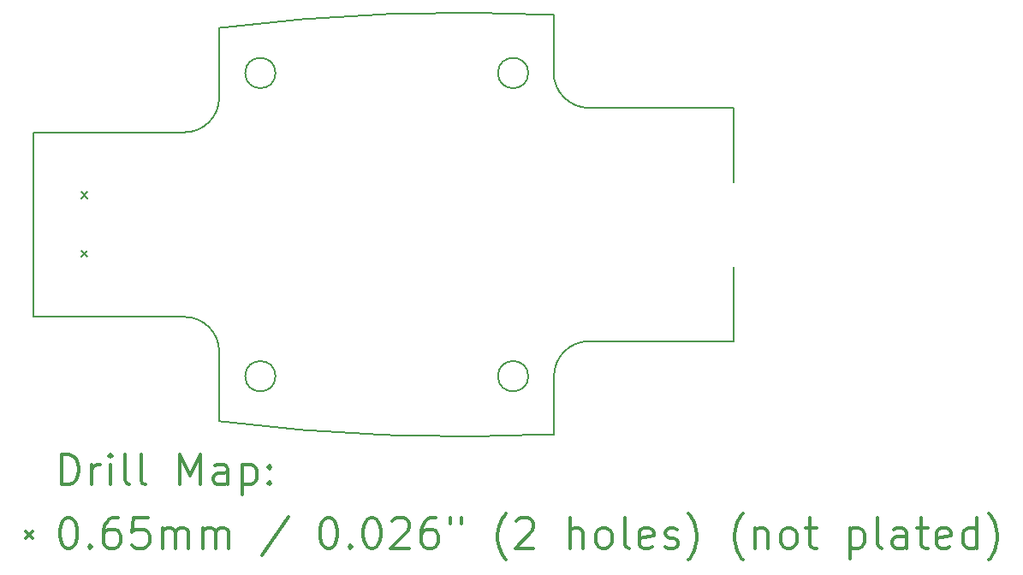
<source format=gbr>
%FSLAX45Y45*%
G04 Gerber Fmt 4.5, Leading zero omitted, Abs format (unit mm)*
G04 Created by KiCad (PCBNEW (5.1.9)-1) date 2021-04-20 09:50:12*
%MOMM*%
%LPD*%
G01*
G04 APERTURE LIST*
%TA.AperFunction,Profile*%
%ADD10C,0.200000*%
%TD*%
%ADD11C,0.200000*%
%ADD12C,0.300000*%
G04 APERTURE END LIST*
D10*
X12307000Y2445500D02*
X12307416Y1713425D01*
X12307415Y4022551D02*
X12307000Y3290500D01*
X7217664Y4124415D02*
G75*
G02*
X6874828Y3781579I-342836J0D01*
G01*
X12307415Y4022551D02*
X10877450Y4022550D01*
X10274787Y1367860D02*
G75*
G03*
X10274787Y1367860I-150000J0D01*
G01*
X7774787Y4367860D02*
G75*
G03*
X7774787Y4367860I-150000J0D01*
G01*
X10877450Y4022550D02*
G75*
G02*
X10525000Y4375000I0J352450D01*
G01*
X10529221Y1367859D02*
G75*
G02*
X10874787Y1713425I345566J0D01*
G01*
X5381056Y3781579D02*
X5381056Y1954397D01*
X10529221Y793217D02*
G75*
G02*
X7217699Y922235I-916938J19027920D01*
G01*
X7217664Y4813924D02*
G75*
G02*
X10525000Y4943250I2395192J-18898824D01*
G01*
X6874828Y3781579D02*
X5381056Y3781579D01*
X10874787Y1713425D02*
X12307416Y1713425D01*
X10529221Y793217D02*
X10529221Y1367859D01*
X7217699Y1611526D02*
X7217699Y922235D01*
X7774787Y1367860D02*
G75*
G03*
X7774787Y1367860I-150000J0D01*
G01*
X10274787Y4367860D02*
G75*
G03*
X10274787Y4367860I-150000J0D01*
G01*
X7217664Y4813924D02*
X7217664Y4124415D01*
X5381056Y1954397D02*
X6874828Y1954397D01*
X6874828Y1954397D02*
G75*
G02*
X7217699Y1611526I0J-342871D01*
G01*
X10525000Y4375000D02*
X10525000Y4943250D01*
D11*
X5852500Y3189500D02*
X5917500Y3124500D01*
X5917500Y3189500D02*
X5852500Y3124500D01*
X5852500Y2611500D02*
X5917500Y2546500D01*
X5917500Y2611500D02*
X5852500Y2546500D01*
D12*
X5657484Y295422D02*
X5657484Y595422D01*
X5728912Y595422D01*
X5771770Y581136D01*
X5800341Y552565D01*
X5814627Y523993D01*
X5828912Y466850D01*
X5828912Y423993D01*
X5814627Y366850D01*
X5800341Y338279D01*
X5771770Y309708D01*
X5728912Y295422D01*
X5657484Y295422D01*
X5957484Y295422D02*
X5957484Y495422D01*
X5957484Y438279D02*
X5971770Y466850D01*
X5986055Y481136D01*
X6014627Y495422D01*
X6043198Y495422D01*
X6143198Y295422D02*
X6143198Y495422D01*
X6143198Y595422D02*
X6128912Y581136D01*
X6143198Y566850D01*
X6157484Y581136D01*
X6143198Y595422D01*
X6143198Y566850D01*
X6328912Y295422D02*
X6300341Y309708D01*
X6286055Y338279D01*
X6286055Y595422D01*
X6486055Y295422D02*
X6457484Y309708D01*
X6443198Y338279D01*
X6443198Y595422D01*
X6828912Y295422D02*
X6828912Y595422D01*
X6928912Y381136D01*
X7028912Y595422D01*
X7028912Y295422D01*
X7300341Y295422D02*
X7300341Y452565D01*
X7286055Y481136D01*
X7257484Y495422D01*
X7200341Y495422D01*
X7171770Y481136D01*
X7300341Y309708D02*
X7271770Y295422D01*
X7200341Y295422D01*
X7171770Y309708D01*
X7157484Y338279D01*
X7157484Y366850D01*
X7171770Y395422D01*
X7200341Y409707D01*
X7271770Y409707D01*
X7300341Y423993D01*
X7443198Y495422D02*
X7443198Y195422D01*
X7443198Y481136D02*
X7471770Y495422D01*
X7528912Y495422D01*
X7557484Y481136D01*
X7571770Y466850D01*
X7586055Y438279D01*
X7586055Y352565D01*
X7571770Y323993D01*
X7557484Y309708D01*
X7528912Y295422D01*
X7471770Y295422D01*
X7443198Y309708D01*
X7714627Y323993D02*
X7728912Y309708D01*
X7714627Y295422D01*
X7700341Y309708D01*
X7714627Y323993D01*
X7714627Y295422D01*
X7714627Y481136D02*
X7728912Y466850D01*
X7714627Y452565D01*
X7700341Y466850D01*
X7714627Y481136D01*
X7714627Y452565D01*
X5306055Y-166364D02*
X5371055Y-231364D01*
X5371055Y-166364D02*
X5306055Y-231364D01*
X5714627Y-34578D02*
X5743198Y-34578D01*
X5771770Y-48864D01*
X5786055Y-63150D01*
X5800341Y-91721D01*
X5814627Y-148864D01*
X5814627Y-220292D01*
X5800341Y-277435D01*
X5786055Y-306007D01*
X5771770Y-320292D01*
X5743198Y-334578D01*
X5714627Y-334578D01*
X5686055Y-320292D01*
X5671770Y-306007D01*
X5657484Y-277435D01*
X5643198Y-220292D01*
X5643198Y-148864D01*
X5657484Y-91721D01*
X5671770Y-63150D01*
X5686055Y-48864D01*
X5714627Y-34578D01*
X5943198Y-306007D02*
X5957484Y-320292D01*
X5943198Y-334578D01*
X5928912Y-320292D01*
X5943198Y-306007D01*
X5943198Y-334578D01*
X6214627Y-34578D02*
X6157484Y-34578D01*
X6128912Y-48864D01*
X6114627Y-63150D01*
X6086055Y-106007D01*
X6071770Y-163150D01*
X6071770Y-277435D01*
X6086055Y-306007D01*
X6100341Y-320292D01*
X6128912Y-334578D01*
X6186055Y-334578D01*
X6214627Y-320292D01*
X6228912Y-306007D01*
X6243198Y-277435D01*
X6243198Y-206007D01*
X6228912Y-177435D01*
X6214627Y-163150D01*
X6186055Y-148864D01*
X6128912Y-148864D01*
X6100341Y-163150D01*
X6086055Y-177435D01*
X6071770Y-206007D01*
X6514627Y-34578D02*
X6371770Y-34578D01*
X6357484Y-177435D01*
X6371770Y-163150D01*
X6400341Y-148864D01*
X6471770Y-148864D01*
X6500341Y-163150D01*
X6514627Y-177435D01*
X6528912Y-206007D01*
X6528912Y-277435D01*
X6514627Y-306007D01*
X6500341Y-320292D01*
X6471770Y-334578D01*
X6400341Y-334578D01*
X6371770Y-320292D01*
X6357484Y-306007D01*
X6657484Y-334578D02*
X6657484Y-134578D01*
X6657484Y-163150D02*
X6671770Y-148864D01*
X6700341Y-134578D01*
X6743198Y-134578D01*
X6771770Y-148864D01*
X6786055Y-177435D01*
X6786055Y-334578D01*
X6786055Y-177435D02*
X6800341Y-148864D01*
X6828912Y-134578D01*
X6871770Y-134578D01*
X6900341Y-148864D01*
X6914627Y-177435D01*
X6914627Y-334578D01*
X7057484Y-334578D02*
X7057484Y-134578D01*
X7057484Y-163150D02*
X7071770Y-148864D01*
X7100341Y-134578D01*
X7143198Y-134578D01*
X7171770Y-148864D01*
X7186055Y-177435D01*
X7186055Y-334578D01*
X7186055Y-177435D02*
X7200341Y-148864D01*
X7228912Y-134578D01*
X7271770Y-134578D01*
X7300341Y-148864D01*
X7314627Y-177435D01*
X7314627Y-334578D01*
X7900341Y-20292D02*
X7643198Y-406007D01*
X8286055Y-34578D02*
X8314627Y-34578D01*
X8343198Y-48864D01*
X8357484Y-63150D01*
X8371770Y-91721D01*
X8386055Y-148864D01*
X8386055Y-220292D01*
X8371770Y-277435D01*
X8357484Y-306007D01*
X8343198Y-320292D01*
X8314627Y-334578D01*
X8286055Y-334578D01*
X8257484Y-320292D01*
X8243198Y-306007D01*
X8228912Y-277435D01*
X8214627Y-220292D01*
X8214627Y-148864D01*
X8228912Y-91721D01*
X8243198Y-63150D01*
X8257484Y-48864D01*
X8286055Y-34578D01*
X8514627Y-306007D02*
X8528913Y-320292D01*
X8514627Y-334578D01*
X8500341Y-320292D01*
X8514627Y-306007D01*
X8514627Y-334578D01*
X8714627Y-34578D02*
X8743198Y-34578D01*
X8771770Y-48864D01*
X8786055Y-63150D01*
X8800341Y-91721D01*
X8814627Y-148864D01*
X8814627Y-220292D01*
X8800341Y-277435D01*
X8786055Y-306007D01*
X8771770Y-320292D01*
X8743198Y-334578D01*
X8714627Y-334578D01*
X8686055Y-320292D01*
X8671770Y-306007D01*
X8657484Y-277435D01*
X8643198Y-220292D01*
X8643198Y-148864D01*
X8657484Y-91721D01*
X8671770Y-63150D01*
X8686055Y-48864D01*
X8714627Y-34578D01*
X8928913Y-63150D02*
X8943198Y-48864D01*
X8971770Y-34578D01*
X9043198Y-34578D01*
X9071770Y-48864D01*
X9086055Y-63150D01*
X9100341Y-91721D01*
X9100341Y-120292D01*
X9086055Y-163150D01*
X8914627Y-334578D01*
X9100341Y-334578D01*
X9357484Y-34578D02*
X9300341Y-34578D01*
X9271770Y-48864D01*
X9257484Y-63150D01*
X9228913Y-106007D01*
X9214627Y-163150D01*
X9214627Y-277435D01*
X9228913Y-306007D01*
X9243198Y-320292D01*
X9271770Y-334578D01*
X9328913Y-334578D01*
X9357484Y-320292D01*
X9371770Y-306007D01*
X9386055Y-277435D01*
X9386055Y-206007D01*
X9371770Y-177435D01*
X9357484Y-163150D01*
X9328913Y-148864D01*
X9271770Y-148864D01*
X9243198Y-163150D01*
X9228913Y-177435D01*
X9214627Y-206007D01*
X9500341Y-34578D02*
X9500341Y-91721D01*
X9614627Y-34578D02*
X9614627Y-91721D01*
X10057484Y-448864D02*
X10043198Y-434578D01*
X10014627Y-391721D01*
X10000341Y-363150D01*
X9986055Y-320292D01*
X9971770Y-248864D01*
X9971770Y-191721D01*
X9986055Y-120292D01*
X10000341Y-77435D01*
X10014627Y-48864D01*
X10043198Y-6007D01*
X10057484Y8279D01*
X10157484Y-63150D02*
X10171770Y-48864D01*
X10200341Y-34578D01*
X10271770Y-34578D01*
X10300341Y-48864D01*
X10314627Y-63150D01*
X10328913Y-91721D01*
X10328913Y-120292D01*
X10314627Y-163150D01*
X10143198Y-334578D01*
X10328913Y-334578D01*
X10686055Y-334578D02*
X10686055Y-34578D01*
X10814627Y-334578D02*
X10814627Y-177435D01*
X10800341Y-148864D01*
X10771770Y-134578D01*
X10728913Y-134578D01*
X10700341Y-148864D01*
X10686055Y-163150D01*
X11000341Y-334578D02*
X10971770Y-320292D01*
X10957484Y-306007D01*
X10943198Y-277435D01*
X10943198Y-191721D01*
X10957484Y-163150D01*
X10971770Y-148864D01*
X11000341Y-134578D01*
X11043198Y-134578D01*
X11071770Y-148864D01*
X11086055Y-163150D01*
X11100341Y-191721D01*
X11100341Y-277435D01*
X11086055Y-306007D01*
X11071770Y-320292D01*
X11043198Y-334578D01*
X11000341Y-334578D01*
X11271770Y-334578D02*
X11243198Y-320292D01*
X11228912Y-291721D01*
X11228912Y-34578D01*
X11500341Y-320292D02*
X11471770Y-334578D01*
X11414627Y-334578D01*
X11386055Y-320292D01*
X11371770Y-291721D01*
X11371770Y-177435D01*
X11386055Y-148864D01*
X11414627Y-134578D01*
X11471770Y-134578D01*
X11500341Y-148864D01*
X11514627Y-177435D01*
X11514627Y-206007D01*
X11371770Y-234578D01*
X11628912Y-320292D02*
X11657484Y-334578D01*
X11714627Y-334578D01*
X11743198Y-320292D01*
X11757484Y-291721D01*
X11757484Y-277435D01*
X11743198Y-248864D01*
X11714627Y-234578D01*
X11671770Y-234578D01*
X11643198Y-220292D01*
X11628912Y-191721D01*
X11628912Y-177435D01*
X11643198Y-148864D01*
X11671770Y-134578D01*
X11714627Y-134578D01*
X11743198Y-148864D01*
X11857484Y-448864D02*
X11871770Y-434578D01*
X11900341Y-391721D01*
X11914627Y-363150D01*
X11928912Y-320292D01*
X11943198Y-248864D01*
X11943198Y-191721D01*
X11928912Y-120292D01*
X11914627Y-77435D01*
X11900341Y-48864D01*
X11871770Y-6007D01*
X11857484Y8279D01*
X12400341Y-448864D02*
X12386055Y-434578D01*
X12357484Y-391721D01*
X12343198Y-363150D01*
X12328912Y-320292D01*
X12314627Y-248864D01*
X12314627Y-191721D01*
X12328912Y-120292D01*
X12343198Y-77435D01*
X12357484Y-48864D01*
X12386055Y-6007D01*
X12400341Y8279D01*
X12514627Y-134578D02*
X12514627Y-334578D01*
X12514627Y-163150D02*
X12528912Y-148864D01*
X12557484Y-134578D01*
X12600341Y-134578D01*
X12628912Y-148864D01*
X12643198Y-177435D01*
X12643198Y-334578D01*
X12828912Y-334578D02*
X12800341Y-320292D01*
X12786055Y-306007D01*
X12771770Y-277435D01*
X12771770Y-191721D01*
X12786055Y-163150D01*
X12800341Y-148864D01*
X12828912Y-134578D01*
X12871770Y-134578D01*
X12900341Y-148864D01*
X12914627Y-163150D01*
X12928912Y-191721D01*
X12928912Y-277435D01*
X12914627Y-306007D01*
X12900341Y-320292D01*
X12871770Y-334578D01*
X12828912Y-334578D01*
X13014627Y-134578D02*
X13128912Y-134578D01*
X13057484Y-34578D02*
X13057484Y-291721D01*
X13071770Y-320292D01*
X13100341Y-334578D01*
X13128912Y-334578D01*
X13457484Y-134578D02*
X13457484Y-434578D01*
X13457484Y-148864D02*
X13486055Y-134578D01*
X13543198Y-134578D01*
X13571770Y-148864D01*
X13586055Y-163150D01*
X13600341Y-191721D01*
X13600341Y-277435D01*
X13586055Y-306007D01*
X13571770Y-320292D01*
X13543198Y-334578D01*
X13486055Y-334578D01*
X13457484Y-320292D01*
X13771770Y-334578D02*
X13743198Y-320292D01*
X13728912Y-291721D01*
X13728912Y-34578D01*
X14014627Y-334578D02*
X14014627Y-177435D01*
X14000341Y-148864D01*
X13971770Y-134578D01*
X13914627Y-134578D01*
X13886055Y-148864D01*
X14014627Y-320292D02*
X13986055Y-334578D01*
X13914627Y-334578D01*
X13886055Y-320292D01*
X13871770Y-291721D01*
X13871770Y-263150D01*
X13886055Y-234578D01*
X13914627Y-220292D01*
X13986055Y-220292D01*
X14014627Y-206007D01*
X14114627Y-134578D02*
X14228912Y-134578D01*
X14157484Y-34578D02*
X14157484Y-291721D01*
X14171770Y-320292D01*
X14200341Y-334578D01*
X14228912Y-334578D01*
X14443198Y-320292D02*
X14414627Y-334578D01*
X14357484Y-334578D01*
X14328912Y-320292D01*
X14314627Y-291721D01*
X14314627Y-177435D01*
X14328912Y-148864D01*
X14357484Y-134578D01*
X14414627Y-134578D01*
X14443198Y-148864D01*
X14457484Y-177435D01*
X14457484Y-206007D01*
X14314627Y-234578D01*
X14714627Y-334578D02*
X14714627Y-34578D01*
X14714627Y-320292D02*
X14686055Y-334578D01*
X14628912Y-334578D01*
X14600341Y-320292D01*
X14586055Y-306007D01*
X14571770Y-277435D01*
X14571770Y-191721D01*
X14586055Y-163150D01*
X14600341Y-148864D01*
X14628912Y-134578D01*
X14686055Y-134578D01*
X14714627Y-148864D01*
X14828912Y-448864D02*
X14843198Y-434578D01*
X14871770Y-391721D01*
X14886055Y-363150D01*
X14900341Y-320292D01*
X14914627Y-248864D01*
X14914627Y-191721D01*
X14900341Y-120292D01*
X14886055Y-77435D01*
X14871770Y-48864D01*
X14843198Y-6007D01*
X14828912Y8279D01*
M02*

</source>
